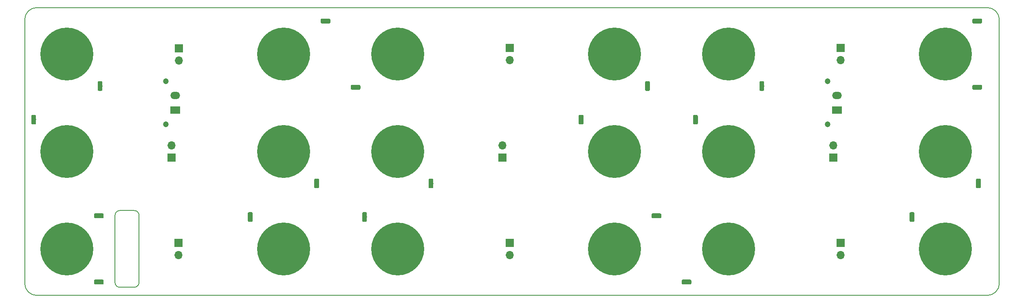
<source format=gbr>
%TF.GenerationSoftware,KiCad,Pcbnew,(5.0.0-rc2-dev-632-g76d3b6f04)*%
%TF.CreationDate,2018-06-22T20:28:34+02:00*%
%TF.ProjectId,CellsBoard,43656C6C73426F6172642E6B69636164,rev?*%
%TF.SameCoordinates,Original*%
%TF.FileFunction,Soldermask,Bot*%
%TF.FilePolarity,Negative*%
%FSLAX46Y46*%
G04 Gerber Fmt 4.6, Leading zero omitted, Abs format (unit mm)*
G04 Created by KiCad (PCBNEW (5.0.0-rc2-dev-632-g76d3b6f04)) date 06/22/18 20:28:34*
%MOMM*%
%LPD*%
G01*
G04 APERTURE LIST*
%ADD10C,0.150000*%
%ADD11C,11.000000*%
%ADD12C,0.900000*%
%ADD13C,1.000000*%
%ADD14O,2.000000X1.500000*%
%ADD15R,2.000000X1.500000*%
%ADD16C,1.200000*%
%ADD17O,1.700000X1.700000*%
%ADD18R,1.700000X1.700000*%
G04 APERTURE END LIST*
D10*
X69750000Y-132300000D02*
X72750000Y-132300000D01*
X68750000Y-147300000D02*
X68750000Y-133300000D01*
X72750000Y-148300000D02*
X69750000Y-148300000D01*
X73750000Y-133300000D02*
X73750000Y-147300000D01*
X69750000Y-148300000D02*
G75*
G02X68750000Y-147300000I0J1000000D01*
G01*
X68750000Y-133300000D02*
G75*
G02X69750000Y-132300000I1000000J0D01*
G01*
X72750000Y-132300000D02*
G75*
G02X73750000Y-133300000I0J-1000000D01*
G01*
X73750000Y-147300000D02*
G75*
G02X72750000Y-148300000I-1000000J0D01*
G01*
X250000000Y-90000000D02*
X52500000Y-90000000D01*
X250000000Y-90000000D02*
G75*
G02X252500000Y-92500000I0J-2500000D01*
G01*
X252500000Y-147500000D02*
X252500000Y-92500000D01*
X252500000Y-147500000D02*
G75*
G02X250000000Y-150000000I-2500000J0D01*
G01*
X52500000Y-150000000D02*
X250000000Y-150000000D01*
X52500000Y-150000000D02*
G75*
G02X50000000Y-147500000I0J2500000D01*
G01*
X50000000Y-92500000D02*
X50000000Y-147500000D01*
X50000000Y-92500000D02*
G75*
G02X52500000Y-90000000I2500000J0D01*
G01*
D11*
X103750000Y-99700000D03*
D12*
X107875000Y-99700000D03*
X106676815Y-102626815D03*
X103750000Y-103825000D03*
X100823185Y-102626815D03*
X99625000Y-99700000D03*
X100823185Y-96773185D03*
X103750000Y-95575000D03*
X106676815Y-96773185D03*
X131625000Y-99700000D03*
X123375000Y-99700000D03*
X127500000Y-103825000D03*
X124573185Y-96773185D03*
X130426815Y-96773185D03*
X130426815Y-102626815D03*
X127500000Y-95575000D03*
X124573185Y-102626815D03*
D11*
X127500000Y-99700000D03*
D10*
G36*
X113274504Y-92301204D02*
X113298773Y-92304804D01*
X113322571Y-92310765D01*
X113345671Y-92319030D01*
X113367849Y-92329520D01*
X113388893Y-92342133D01*
X113408598Y-92356747D01*
X113426777Y-92373223D01*
X113443253Y-92391402D01*
X113457867Y-92411107D01*
X113470480Y-92432151D01*
X113480970Y-92454329D01*
X113489235Y-92477429D01*
X113495196Y-92501227D01*
X113498796Y-92525496D01*
X113500000Y-92550000D01*
X113500000Y-93050000D01*
X113498796Y-93074504D01*
X113495196Y-93098773D01*
X113489235Y-93122571D01*
X113480970Y-93145671D01*
X113470480Y-93167849D01*
X113457867Y-93188893D01*
X113443253Y-93208598D01*
X113426777Y-93226777D01*
X113408598Y-93243253D01*
X113388893Y-93257867D01*
X113367849Y-93270480D01*
X113345671Y-93280970D01*
X113322571Y-93289235D01*
X113298773Y-93295196D01*
X113274504Y-93298796D01*
X113250000Y-93300000D01*
X111750000Y-93300000D01*
X111725496Y-93298796D01*
X111701227Y-93295196D01*
X111677429Y-93289235D01*
X111654329Y-93280970D01*
X111632151Y-93270480D01*
X111611107Y-93257867D01*
X111591402Y-93243253D01*
X111573223Y-93226777D01*
X111556747Y-93208598D01*
X111542133Y-93188893D01*
X111529520Y-93167849D01*
X111519030Y-93145671D01*
X111510765Y-93122571D01*
X111504804Y-93098773D01*
X111501204Y-93074504D01*
X111500000Y-93050000D01*
X111500000Y-92550000D01*
X111501204Y-92525496D01*
X111504804Y-92501227D01*
X111510765Y-92477429D01*
X111519030Y-92454329D01*
X111529520Y-92432151D01*
X111542133Y-92411107D01*
X111556747Y-92391402D01*
X111573223Y-92373223D01*
X111591402Y-92356747D01*
X111611107Y-92342133D01*
X111632151Y-92329520D01*
X111654329Y-92319030D01*
X111677429Y-92310765D01*
X111701227Y-92304804D01*
X111725496Y-92301204D01*
X111750000Y-92300000D01*
X113250000Y-92300000D01*
X113274504Y-92301204D01*
X113274504Y-92301204D01*
G37*
D13*
X112500000Y-92800000D03*
D10*
G36*
X119524504Y-106101204D02*
X119548773Y-106104804D01*
X119572571Y-106110765D01*
X119595671Y-106119030D01*
X119617849Y-106129520D01*
X119638893Y-106142133D01*
X119658598Y-106156747D01*
X119676777Y-106173223D01*
X119693253Y-106191402D01*
X119707867Y-106211107D01*
X119720480Y-106232151D01*
X119730970Y-106254329D01*
X119739235Y-106277429D01*
X119745196Y-106301227D01*
X119748796Y-106325496D01*
X119750000Y-106350000D01*
X119750000Y-106850000D01*
X119748796Y-106874504D01*
X119745196Y-106898773D01*
X119739235Y-106922571D01*
X119730970Y-106945671D01*
X119720480Y-106967849D01*
X119707867Y-106988893D01*
X119693253Y-107008598D01*
X119676777Y-107026777D01*
X119658598Y-107043253D01*
X119638893Y-107057867D01*
X119617849Y-107070480D01*
X119595671Y-107080970D01*
X119572571Y-107089235D01*
X119548773Y-107095196D01*
X119524504Y-107098796D01*
X119500000Y-107100000D01*
X118000000Y-107100000D01*
X117975496Y-107098796D01*
X117951227Y-107095196D01*
X117927429Y-107089235D01*
X117904329Y-107080970D01*
X117882151Y-107070480D01*
X117861107Y-107057867D01*
X117841402Y-107043253D01*
X117823223Y-107026777D01*
X117806747Y-107008598D01*
X117792133Y-106988893D01*
X117779520Y-106967849D01*
X117769030Y-106945671D01*
X117760765Y-106922571D01*
X117754804Y-106898773D01*
X117751204Y-106874504D01*
X117750000Y-106850000D01*
X117750000Y-106350000D01*
X117751204Y-106325496D01*
X117754804Y-106301227D01*
X117760765Y-106277429D01*
X117769030Y-106254329D01*
X117779520Y-106232151D01*
X117792133Y-106211107D01*
X117806747Y-106191402D01*
X117823223Y-106173223D01*
X117841402Y-106156747D01*
X117861107Y-106142133D01*
X117882151Y-106129520D01*
X117904329Y-106119030D01*
X117927429Y-106110765D01*
X117951227Y-106104804D01*
X117975496Y-106101204D01*
X118000000Y-106100000D01*
X119500000Y-106100000D01*
X119524504Y-106101204D01*
X119524504Y-106101204D01*
G37*
D13*
X118750000Y-106600000D03*
D11*
X172500000Y-140300000D03*
D12*
X176625000Y-140300000D03*
X175426815Y-143226815D03*
X172500000Y-144425000D03*
X169573185Y-143226815D03*
X168375000Y-140300000D03*
X169573185Y-137373185D03*
X172500000Y-136175000D03*
X175426815Y-137373185D03*
X200375000Y-140300000D03*
X192125000Y-140300000D03*
X196250000Y-144425000D03*
X193323185Y-137373185D03*
X199176815Y-137373185D03*
X199176815Y-143226815D03*
X196250000Y-136175000D03*
X193323185Y-143226815D03*
D11*
X196250000Y-140300000D03*
D10*
G36*
X182024504Y-132901204D02*
X182048773Y-132904804D01*
X182072571Y-132910765D01*
X182095671Y-132919030D01*
X182117849Y-132929520D01*
X182138893Y-132942133D01*
X182158598Y-132956747D01*
X182176777Y-132973223D01*
X182193253Y-132991402D01*
X182207867Y-133011107D01*
X182220480Y-133032151D01*
X182230970Y-133054329D01*
X182239235Y-133077429D01*
X182245196Y-133101227D01*
X182248796Y-133125496D01*
X182250000Y-133150000D01*
X182250000Y-133650000D01*
X182248796Y-133674504D01*
X182245196Y-133698773D01*
X182239235Y-133722571D01*
X182230970Y-133745671D01*
X182220480Y-133767849D01*
X182207867Y-133788893D01*
X182193253Y-133808598D01*
X182176777Y-133826777D01*
X182158598Y-133843253D01*
X182138893Y-133857867D01*
X182117849Y-133870480D01*
X182095671Y-133880970D01*
X182072571Y-133889235D01*
X182048773Y-133895196D01*
X182024504Y-133898796D01*
X182000000Y-133900000D01*
X180500000Y-133900000D01*
X180475496Y-133898796D01*
X180451227Y-133895196D01*
X180427429Y-133889235D01*
X180404329Y-133880970D01*
X180382151Y-133870480D01*
X180361107Y-133857867D01*
X180341402Y-133843253D01*
X180323223Y-133826777D01*
X180306747Y-133808598D01*
X180292133Y-133788893D01*
X180279520Y-133767849D01*
X180269030Y-133745671D01*
X180260765Y-133722571D01*
X180254804Y-133698773D01*
X180251204Y-133674504D01*
X180250000Y-133650000D01*
X180250000Y-133150000D01*
X180251204Y-133125496D01*
X180254804Y-133101227D01*
X180260765Y-133077429D01*
X180269030Y-133054329D01*
X180279520Y-133032151D01*
X180292133Y-133011107D01*
X180306747Y-132991402D01*
X180323223Y-132973223D01*
X180341402Y-132956747D01*
X180361107Y-132942133D01*
X180382151Y-132929520D01*
X180404329Y-132919030D01*
X180427429Y-132910765D01*
X180451227Y-132904804D01*
X180475496Y-132901204D01*
X180500000Y-132900000D01*
X182000000Y-132900000D01*
X182024504Y-132901204D01*
X182024504Y-132901204D01*
G37*
D13*
X181250000Y-133400000D03*
D10*
G36*
X188274504Y-146701204D02*
X188298773Y-146704804D01*
X188322571Y-146710765D01*
X188345671Y-146719030D01*
X188367849Y-146729520D01*
X188388893Y-146742133D01*
X188408598Y-146756747D01*
X188426777Y-146773223D01*
X188443253Y-146791402D01*
X188457867Y-146811107D01*
X188470480Y-146832151D01*
X188480970Y-146854329D01*
X188489235Y-146877429D01*
X188495196Y-146901227D01*
X188498796Y-146925496D01*
X188500000Y-146950000D01*
X188500000Y-147450000D01*
X188498796Y-147474504D01*
X188495196Y-147498773D01*
X188489235Y-147522571D01*
X188480970Y-147545671D01*
X188470480Y-147567849D01*
X188457867Y-147588893D01*
X188443253Y-147608598D01*
X188426777Y-147626777D01*
X188408598Y-147643253D01*
X188388893Y-147657867D01*
X188367849Y-147670480D01*
X188345671Y-147680970D01*
X188322571Y-147689235D01*
X188298773Y-147695196D01*
X188274504Y-147698796D01*
X188250000Y-147700000D01*
X186750000Y-147700000D01*
X186725496Y-147698796D01*
X186701227Y-147695196D01*
X186677429Y-147689235D01*
X186654329Y-147680970D01*
X186632151Y-147670480D01*
X186611107Y-147657867D01*
X186591402Y-147643253D01*
X186573223Y-147626777D01*
X186556747Y-147608598D01*
X186542133Y-147588893D01*
X186529520Y-147567849D01*
X186519030Y-147545671D01*
X186510765Y-147522571D01*
X186504804Y-147498773D01*
X186501204Y-147474504D01*
X186500000Y-147450000D01*
X186500000Y-146950000D01*
X186501204Y-146925496D01*
X186504804Y-146901227D01*
X186510765Y-146877429D01*
X186519030Y-146854329D01*
X186529520Y-146832151D01*
X186542133Y-146811107D01*
X186556747Y-146791402D01*
X186573223Y-146773223D01*
X186591402Y-146756747D01*
X186611107Y-146742133D01*
X186632151Y-146729520D01*
X186654329Y-146719030D01*
X186677429Y-146710765D01*
X186701227Y-146704804D01*
X186725496Y-146701204D01*
X186750000Y-146700000D01*
X188250000Y-146700000D01*
X188274504Y-146701204D01*
X188274504Y-146701204D01*
G37*
D13*
X187500000Y-147200000D03*
D11*
X103750000Y-120000000D03*
D12*
X103750000Y-124125000D03*
X100823185Y-122926815D03*
X99625000Y-120000000D03*
X100823185Y-117073185D03*
X103750000Y-115875000D03*
X106676815Y-117073185D03*
X107875000Y-120000000D03*
X106676815Y-122926815D03*
X103750000Y-144425000D03*
X103750000Y-136175000D03*
X99625000Y-140300000D03*
X106676815Y-137373185D03*
X106676815Y-143226815D03*
X100823185Y-143226815D03*
X107875000Y-140300000D03*
X100823185Y-137373185D03*
D11*
X103750000Y-140300000D03*
D10*
G36*
X110924504Y-125651204D02*
X110948773Y-125654804D01*
X110972571Y-125660765D01*
X110995671Y-125669030D01*
X111017849Y-125679520D01*
X111038893Y-125692133D01*
X111058598Y-125706747D01*
X111076777Y-125723223D01*
X111093253Y-125741402D01*
X111107867Y-125761107D01*
X111120480Y-125782151D01*
X111130970Y-125804329D01*
X111139235Y-125827429D01*
X111145196Y-125851227D01*
X111148796Y-125875496D01*
X111150000Y-125900000D01*
X111150000Y-127400000D01*
X111148796Y-127424504D01*
X111145196Y-127448773D01*
X111139235Y-127472571D01*
X111130970Y-127495671D01*
X111120480Y-127517849D01*
X111107867Y-127538893D01*
X111093253Y-127558598D01*
X111076777Y-127576777D01*
X111058598Y-127593253D01*
X111038893Y-127607867D01*
X111017849Y-127620480D01*
X110995671Y-127630970D01*
X110972571Y-127639235D01*
X110948773Y-127645196D01*
X110924504Y-127648796D01*
X110900000Y-127650000D01*
X110400000Y-127650000D01*
X110375496Y-127648796D01*
X110351227Y-127645196D01*
X110327429Y-127639235D01*
X110304329Y-127630970D01*
X110282151Y-127620480D01*
X110261107Y-127607867D01*
X110241402Y-127593253D01*
X110223223Y-127576777D01*
X110206747Y-127558598D01*
X110192133Y-127538893D01*
X110179520Y-127517849D01*
X110169030Y-127495671D01*
X110160765Y-127472571D01*
X110154804Y-127448773D01*
X110151204Y-127424504D01*
X110150000Y-127400000D01*
X110150000Y-125900000D01*
X110151204Y-125875496D01*
X110154804Y-125851227D01*
X110160765Y-125827429D01*
X110169030Y-125804329D01*
X110179520Y-125782151D01*
X110192133Y-125761107D01*
X110206747Y-125741402D01*
X110223223Y-125723223D01*
X110241402Y-125706747D01*
X110261107Y-125692133D01*
X110282151Y-125679520D01*
X110304329Y-125669030D01*
X110327429Y-125660765D01*
X110351227Y-125654804D01*
X110375496Y-125651204D01*
X110400000Y-125650000D01*
X110900000Y-125650000D01*
X110924504Y-125651204D01*
X110924504Y-125651204D01*
G37*
D13*
X110650000Y-126650000D03*
D10*
G36*
X97124504Y-132651204D02*
X97148773Y-132654804D01*
X97172571Y-132660765D01*
X97195671Y-132669030D01*
X97217849Y-132679520D01*
X97238893Y-132692133D01*
X97258598Y-132706747D01*
X97276777Y-132723223D01*
X97293253Y-132741402D01*
X97307867Y-132761107D01*
X97320480Y-132782151D01*
X97330970Y-132804329D01*
X97339235Y-132827429D01*
X97345196Y-132851227D01*
X97348796Y-132875496D01*
X97350000Y-132900000D01*
X97350000Y-134400000D01*
X97348796Y-134424504D01*
X97345196Y-134448773D01*
X97339235Y-134472571D01*
X97330970Y-134495671D01*
X97320480Y-134517849D01*
X97307867Y-134538893D01*
X97293253Y-134558598D01*
X97276777Y-134576777D01*
X97258598Y-134593253D01*
X97238893Y-134607867D01*
X97217849Y-134620480D01*
X97195671Y-134630970D01*
X97172571Y-134639235D01*
X97148773Y-134645196D01*
X97124504Y-134648796D01*
X97100000Y-134650000D01*
X96600000Y-134650000D01*
X96575496Y-134648796D01*
X96551227Y-134645196D01*
X96527429Y-134639235D01*
X96504329Y-134630970D01*
X96482151Y-134620480D01*
X96461107Y-134607867D01*
X96441402Y-134593253D01*
X96423223Y-134576777D01*
X96406747Y-134558598D01*
X96392133Y-134538893D01*
X96379520Y-134517849D01*
X96369030Y-134495671D01*
X96360765Y-134472571D01*
X96354804Y-134448773D01*
X96351204Y-134424504D01*
X96350000Y-134400000D01*
X96350000Y-132900000D01*
X96351204Y-132875496D01*
X96354804Y-132851227D01*
X96360765Y-132827429D01*
X96369030Y-132804329D01*
X96379520Y-132782151D01*
X96392133Y-132761107D01*
X96406747Y-132741402D01*
X96423223Y-132723223D01*
X96441402Y-132706747D01*
X96461107Y-132692133D01*
X96482151Y-132679520D01*
X96504329Y-132669030D01*
X96527429Y-132660765D01*
X96551227Y-132654804D01*
X96575496Y-132651204D01*
X96600000Y-132650000D01*
X97100000Y-132650000D01*
X97124504Y-132651204D01*
X97124504Y-132651204D01*
G37*
D13*
X96850000Y-133650000D03*
D11*
X58750000Y-99700000D03*
D12*
X58750000Y-103825000D03*
X55823185Y-102626815D03*
X54625000Y-99700000D03*
X55823185Y-96773185D03*
X58750000Y-95575000D03*
X61676815Y-96773185D03*
X62875000Y-99700000D03*
X61676815Y-102626815D03*
X58750000Y-124125000D03*
X58750000Y-115875000D03*
X54625000Y-120000000D03*
X61676815Y-117073185D03*
X61676815Y-122926815D03*
X55823185Y-122926815D03*
X62875000Y-120000000D03*
X55823185Y-117073185D03*
D11*
X58750000Y-120000000D03*
D10*
G36*
X65924504Y-105351204D02*
X65948773Y-105354804D01*
X65972571Y-105360765D01*
X65995671Y-105369030D01*
X66017849Y-105379520D01*
X66038893Y-105392133D01*
X66058598Y-105406747D01*
X66076777Y-105423223D01*
X66093253Y-105441402D01*
X66107867Y-105461107D01*
X66120480Y-105482151D01*
X66130970Y-105504329D01*
X66139235Y-105527429D01*
X66145196Y-105551227D01*
X66148796Y-105575496D01*
X66150000Y-105600000D01*
X66150000Y-107100000D01*
X66148796Y-107124504D01*
X66145196Y-107148773D01*
X66139235Y-107172571D01*
X66130970Y-107195671D01*
X66120480Y-107217849D01*
X66107867Y-107238893D01*
X66093253Y-107258598D01*
X66076777Y-107276777D01*
X66058598Y-107293253D01*
X66038893Y-107307867D01*
X66017849Y-107320480D01*
X65995671Y-107330970D01*
X65972571Y-107339235D01*
X65948773Y-107345196D01*
X65924504Y-107348796D01*
X65900000Y-107350000D01*
X65400000Y-107350000D01*
X65375496Y-107348796D01*
X65351227Y-107345196D01*
X65327429Y-107339235D01*
X65304329Y-107330970D01*
X65282151Y-107320480D01*
X65261107Y-107307867D01*
X65241402Y-107293253D01*
X65223223Y-107276777D01*
X65206747Y-107258598D01*
X65192133Y-107238893D01*
X65179520Y-107217849D01*
X65169030Y-107195671D01*
X65160765Y-107172571D01*
X65154804Y-107148773D01*
X65151204Y-107124504D01*
X65150000Y-107100000D01*
X65150000Y-105600000D01*
X65151204Y-105575496D01*
X65154804Y-105551227D01*
X65160765Y-105527429D01*
X65169030Y-105504329D01*
X65179520Y-105482151D01*
X65192133Y-105461107D01*
X65206747Y-105441402D01*
X65223223Y-105423223D01*
X65241402Y-105406747D01*
X65261107Y-105392133D01*
X65282151Y-105379520D01*
X65304329Y-105369030D01*
X65327429Y-105360765D01*
X65351227Y-105354804D01*
X65375496Y-105351204D01*
X65400000Y-105350000D01*
X65900000Y-105350000D01*
X65924504Y-105351204D01*
X65924504Y-105351204D01*
G37*
D13*
X65650000Y-106350000D03*
D10*
G36*
X52124504Y-112351204D02*
X52148773Y-112354804D01*
X52172571Y-112360765D01*
X52195671Y-112369030D01*
X52217849Y-112379520D01*
X52238893Y-112392133D01*
X52258598Y-112406747D01*
X52276777Y-112423223D01*
X52293253Y-112441402D01*
X52307867Y-112461107D01*
X52320480Y-112482151D01*
X52330970Y-112504329D01*
X52339235Y-112527429D01*
X52345196Y-112551227D01*
X52348796Y-112575496D01*
X52350000Y-112600000D01*
X52350000Y-114100000D01*
X52348796Y-114124504D01*
X52345196Y-114148773D01*
X52339235Y-114172571D01*
X52330970Y-114195671D01*
X52320480Y-114217849D01*
X52307867Y-114238893D01*
X52293253Y-114258598D01*
X52276777Y-114276777D01*
X52258598Y-114293253D01*
X52238893Y-114307867D01*
X52217849Y-114320480D01*
X52195671Y-114330970D01*
X52172571Y-114339235D01*
X52148773Y-114345196D01*
X52124504Y-114348796D01*
X52100000Y-114350000D01*
X51600000Y-114350000D01*
X51575496Y-114348796D01*
X51551227Y-114345196D01*
X51527429Y-114339235D01*
X51504329Y-114330970D01*
X51482151Y-114320480D01*
X51461107Y-114307867D01*
X51441402Y-114293253D01*
X51423223Y-114276777D01*
X51406747Y-114258598D01*
X51392133Y-114238893D01*
X51379520Y-114217849D01*
X51369030Y-114195671D01*
X51360765Y-114172571D01*
X51354804Y-114148773D01*
X51351204Y-114124504D01*
X51350000Y-114100000D01*
X51350000Y-112600000D01*
X51351204Y-112575496D01*
X51354804Y-112551227D01*
X51360765Y-112527429D01*
X51369030Y-112504329D01*
X51379520Y-112482151D01*
X51392133Y-112461107D01*
X51406747Y-112441402D01*
X51423223Y-112423223D01*
X51441402Y-112406747D01*
X51461107Y-112392133D01*
X51482151Y-112379520D01*
X51504329Y-112369030D01*
X51527429Y-112360765D01*
X51551227Y-112354804D01*
X51575496Y-112351204D01*
X51600000Y-112350000D01*
X52100000Y-112350000D01*
X52124504Y-112351204D01*
X52124504Y-112351204D01*
G37*
D13*
X51850000Y-113350000D03*
D11*
X172500000Y-120000000D03*
D12*
X172500000Y-115875000D03*
X175426815Y-117073185D03*
X176625000Y-120000000D03*
X175426815Y-122926815D03*
X172500000Y-124125000D03*
X169573185Y-122926815D03*
X168375000Y-120000000D03*
X169573185Y-117073185D03*
X172500000Y-95575000D03*
X172500000Y-103825000D03*
X176625000Y-99700000D03*
X169573185Y-102626815D03*
X169573185Y-96773185D03*
X175426815Y-96773185D03*
X168375000Y-99700000D03*
X175426815Y-102626815D03*
D11*
X172500000Y-99700000D03*
D10*
G36*
X165874504Y-112351204D02*
X165898773Y-112354804D01*
X165922571Y-112360765D01*
X165945671Y-112369030D01*
X165967849Y-112379520D01*
X165988893Y-112392133D01*
X166008598Y-112406747D01*
X166026777Y-112423223D01*
X166043253Y-112441402D01*
X166057867Y-112461107D01*
X166070480Y-112482151D01*
X166080970Y-112504329D01*
X166089235Y-112527429D01*
X166095196Y-112551227D01*
X166098796Y-112575496D01*
X166100000Y-112600000D01*
X166100000Y-114100000D01*
X166098796Y-114124504D01*
X166095196Y-114148773D01*
X166089235Y-114172571D01*
X166080970Y-114195671D01*
X166070480Y-114217849D01*
X166057867Y-114238893D01*
X166043253Y-114258598D01*
X166026777Y-114276777D01*
X166008598Y-114293253D01*
X165988893Y-114307867D01*
X165967849Y-114320480D01*
X165945671Y-114330970D01*
X165922571Y-114339235D01*
X165898773Y-114345196D01*
X165874504Y-114348796D01*
X165850000Y-114350000D01*
X165350000Y-114350000D01*
X165325496Y-114348796D01*
X165301227Y-114345196D01*
X165277429Y-114339235D01*
X165254329Y-114330970D01*
X165232151Y-114320480D01*
X165211107Y-114307867D01*
X165191402Y-114293253D01*
X165173223Y-114276777D01*
X165156747Y-114258598D01*
X165142133Y-114238893D01*
X165129520Y-114217849D01*
X165119030Y-114195671D01*
X165110765Y-114172571D01*
X165104804Y-114148773D01*
X165101204Y-114124504D01*
X165100000Y-114100000D01*
X165100000Y-112600000D01*
X165101204Y-112575496D01*
X165104804Y-112551227D01*
X165110765Y-112527429D01*
X165119030Y-112504329D01*
X165129520Y-112482151D01*
X165142133Y-112461107D01*
X165156747Y-112441402D01*
X165173223Y-112423223D01*
X165191402Y-112406747D01*
X165211107Y-112392133D01*
X165232151Y-112379520D01*
X165254329Y-112369030D01*
X165277429Y-112360765D01*
X165301227Y-112354804D01*
X165325496Y-112351204D01*
X165350000Y-112350000D01*
X165850000Y-112350000D01*
X165874504Y-112351204D01*
X165874504Y-112351204D01*
G37*
D13*
X165600000Y-113350000D03*
D10*
G36*
X179674504Y-105351204D02*
X179698773Y-105354804D01*
X179722571Y-105360765D01*
X179745671Y-105369030D01*
X179767849Y-105379520D01*
X179788893Y-105392133D01*
X179808598Y-105406747D01*
X179826777Y-105423223D01*
X179843253Y-105441402D01*
X179857867Y-105461107D01*
X179870480Y-105482151D01*
X179880970Y-105504329D01*
X179889235Y-105527429D01*
X179895196Y-105551227D01*
X179898796Y-105575496D01*
X179900000Y-105600000D01*
X179900000Y-107100000D01*
X179898796Y-107124504D01*
X179895196Y-107148773D01*
X179889235Y-107172571D01*
X179880970Y-107195671D01*
X179870480Y-107217849D01*
X179857867Y-107238893D01*
X179843253Y-107258598D01*
X179826777Y-107276777D01*
X179808598Y-107293253D01*
X179788893Y-107307867D01*
X179767849Y-107320480D01*
X179745671Y-107330970D01*
X179722571Y-107339235D01*
X179698773Y-107345196D01*
X179674504Y-107348796D01*
X179650000Y-107350000D01*
X179150000Y-107350000D01*
X179125496Y-107348796D01*
X179101227Y-107345196D01*
X179077429Y-107339235D01*
X179054329Y-107330970D01*
X179032151Y-107320480D01*
X179011107Y-107307867D01*
X178991402Y-107293253D01*
X178973223Y-107276777D01*
X178956747Y-107258598D01*
X178942133Y-107238893D01*
X178929520Y-107217849D01*
X178919030Y-107195671D01*
X178910765Y-107172571D01*
X178904804Y-107148773D01*
X178901204Y-107124504D01*
X178900000Y-107100000D01*
X178900000Y-105600000D01*
X178901204Y-105575496D01*
X178904804Y-105551227D01*
X178910765Y-105527429D01*
X178919030Y-105504329D01*
X178929520Y-105482151D01*
X178942133Y-105461107D01*
X178956747Y-105441402D01*
X178973223Y-105423223D01*
X178991402Y-105406747D01*
X179011107Y-105392133D01*
X179032151Y-105379520D01*
X179054329Y-105369030D01*
X179077429Y-105360765D01*
X179101227Y-105354804D01*
X179125496Y-105351204D01*
X179150000Y-105350000D01*
X179650000Y-105350000D01*
X179674504Y-105351204D01*
X179674504Y-105351204D01*
G37*
D13*
X179400000Y-106350000D03*
D11*
X127500000Y-140300000D03*
D12*
X127500000Y-136175000D03*
X130426815Y-137373185D03*
X131625000Y-140300000D03*
X130426815Y-143226815D03*
X127500000Y-144425000D03*
X124573185Y-143226815D03*
X123375000Y-140300000D03*
X124573185Y-137373185D03*
X127500000Y-115875000D03*
X127500000Y-124125000D03*
X131625000Y-120000000D03*
X124573185Y-122926815D03*
X124573185Y-117073185D03*
X130426815Y-117073185D03*
X123375000Y-120000000D03*
X130426815Y-122926815D03*
D11*
X127500000Y-120000000D03*
D10*
G36*
X120874504Y-132651204D02*
X120898773Y-132654804D01*
X120922571Y-132660765D01*
X120945671Y-132669030D01*
X120967849Y-132679520D01*
X120988893Y-132692133D01*
X121008598Y-132706747D01*
X121026777Y-132723223D01*
X121043253Y-132741402D01*
X121057867Y-132761107D01*
X121070480Y-132782151D01*
X121080970Y-132804329D01*
X121089235Y-132827429D01*
X121095196Y-132851227D01*
X121098796Y-132875496D01*
X121100000Y-132900000D01*
X121100000Y-134400000D01*
X121098796Y-134424504D01*
X121095196Y-134448773D01*
X121089235Y-134472571D01*
X121080970Y-134495671D01*
X121070480Y-134517849D01*
X121057867Y-134538893D01*
X121043253Y-134558598D01*
X121026777Y-134576777D01*
X121008598Y-134593253D01*
X120988893Y-134607867D01*
X120967849Y-134620480D01*
X120945671Y-134630970D01*
X120922571Y-134639235D01*
X120898773Y-134645196D01*
X120874504Y-134648796D01*
X120850000Y-134650000D01*
X120350000Y-134650000D01*
X120325496Y-134648796D01*
X120301227Y-134645196D01*
X120277429Y-134639235D01*
X120254329Y-134630970D01*
X120232151Y-134620480D01*
X120211107Y-134607867D01*
X120191402Y-134593253D01*
X120173223Y-134576777D01*
X120156747Y-134558598D01*
X120142133Y-134538893D01*
X120129520Y-134517849D01*
X120119030Y-134495671D01*
X120110765Y-134472571D01*
X120104804Y-134448773D01*
X120101204Y-134424504D01*
X120100000Y-134400000D01*
X120100000Y-132900000D01*
X120101204Y-132875496D01*
X120104804Y-132851227D01*
X120110765Y-132827429D01*
X120119030Y-132804329D01*
X120129520Y-132782151D01*
X120142133Y-132761107D01*
X120156747Y-132741402D01*
X120173223Y-132723223D01*
X120191402Y-132706747D01*
X120211107Y-132692133D01*
X120232151Y-132679520D01*
X120254329Y-132669030D01*
X120277429Y-132660765D01*
X120301227Y-132654804D01*
X120325496Y-132651204D01*
X120350000Y-132650000D01*
X120850000Y-132650000D01*
X120874504Y-132651204D01*
X120874504Y-132651204D01*
G37*
D13*
X120600000Y-133650000D03*
D10*
G36*
X134674504Y-125651204D02*
X134698773Y-125654804D01*
X134722571Y-125660765D01*
X134745671Y-125669030D01*
X134767849Y-125679520D01*
X134788893Y-125692133D01*
X134808598Y-125706747D01*
X134826777Y-125723223D01*
X134843253Y-125741402D01*
X134857867Y-125761107D01*
X134870480Y-125782151D01*
X134880970Y-125804329D01*
X134889235Y-125827429D01*
X134895196Y-125851227D01*
X134898796Y-125875496D01*
X134900000Y-125900000D01*
X134900000Y-127400000D01*
X134898796Y-127424504D01*
X134895196Y-127448773D01*
X134889235Y-127472571D01*
X134880970Y-127495671D01*
X134870480Y-127517849D01*
X134857867Y-127538893D01*
X134843253Y-127558598D01*
X134826777Y-127576777D01*
X134808598Y-127593253D01*
X134788893Y-127607867D01*
X134767849Y-127620480D01*
X134745671Y-127630970D01*
X134722571Y-127639235D01*
X134698773Y-127645196D01*
X134674504Y-127648796D01*
X134650000Y-127650000D01*
X134150000Y-127650000D01*
X134125496Y-127648796D01*
X134101227Y-127645196D01*
X134077429Y-127639235D01*
X134054329Y-127630970D01*
X134032151Y-127620480D01*
X134011107Y-127607867D01*
X133991402Y-127593253D01*
X133973223Y-127576777D01*
X133956747Y-127558598D01*
X133942133Y-127538893D01*
X133929520Y-127517849D01*
X133919030Y-127495671D01*
X133910765Y-127472571D01*
X133904804Y-127448773D01*
X133901204Y-127424504D01*
X133900000Y-127400000D01*
X133900000Y-125900000D01*
X133901204Y-125875496D01*
X133904804Y-125851227D01*
X133910765Y-125827429D01*
X133919030Y-125804329D01*
X133929520Y-125782151D01*
X133942133Y-125761107D01*
X133956747Y-125741402D01*
X133973223Y-125723223D01*
X133991402Y-125706747D01*
X134011107Y-125692133D01*
X134032151Y-125679520D01*
X134054329Y-125669030D01*
X134077429Y-125660765D01*
X134101227Y-125654804D01*
X134125496Y-125651204D01*
X134150000Y-125650000D01*
X134650000Y-125650000D01*
X134674504Y-125651204D01*
X134674504Y-125651204D01*
G37*
D13*
X134400000Y-126650000D03*
D11*
X241250000Y-120000000D03*
D12*
X241250000Y-124125000D03*
X238323185Y-122926815D03*
X237125000Y-120000000D03*
X238323185Y-117073185D03*
X241250000Y-115875000D03*
X244176815Y-117073185D03*
X245375000Y-120000000D03*
X244176815Y-122926815D03*
X241250000Y-144425000D03*
X241250000Y-136175000D03*
X237125000Y-140300000D03*
X244176815Y-137373185D03*
X244176815Y-143226815D03*
X238323185Y-143226815D03*
X245375000Y-140300000D03*
X238323185Y-137373185D03*
D11*
X241250000Y-140300000D03*
D10*
G36*
X248424504Y-125651204D02*
X248448773Y-125654804D01*
X248472571Y-125660765D01*
X248495671Y-125669030D01*
X248517849Y-125679520D01*
X248538893Y-125692133D01*
X248558598Y-125706747D01*
X248576777Y-125723223D01*
X248593253Y-125741402D01*
X248607867Y-125761107D01*
X248620480Y-125782151D01*
X248630970Y-125804329D01*
X248639235Y-125827429D01*
X248645196Y-125851227D01*
X248648796Y-125875496D01*
X248650000Y-125900000D01*
X248650000Y-127400000D01*
X248648796Y-127424504D01*
X248645196Y-127448773D01*
X248639235Y-127472571D01*
X248630970Y-127495671D01*
X248620480Y-127517849D01*
X248607867Y-127538893D01*
X248593253Y-127558598D01*
X248576777Y-127576777D01*
X248558598Y-127593253D01*
X248538893Y-127607867D01*
X248517849Y-127620480D01*
X248495671Y-127630970D01*
X248472571Y-127639235D01*
X248448773Y-127645196D01*
X248424504Y-127648796D01*
X248400000Y-127650000D01*
X247900000Y-127650000D01*
X247875496Y-127648796D01*
X247851227Y-127645196D01*
X247827429Y-127639235D01*
X247804329Y-127630970D01*
X247782151Y-127620480D01*
X247761107Y-127607867D01*
X247741402Y-127593253D01*
X247723223Y-127576777D01*
X247706747Y-127558598D01*
X247692133Y-127538893D01*
X247679520Y-127517849D01*
X247669030Y-127495671D01*
X247660765Y-127472571D01*
X247654804Y-127448773D01*
X247651204Y-127424504D01*
X247650000Y-127400000D01*
X247650000Y-125900000D01*
X247651204Y-125875496D01*
X247654804Y-125851227D01*
X247660765Y-125827429D01*
X247669030Y-125804329D01*
X247679520Y-125782151D01*
X247692133Y-125761107D01*
X247706747Y-125741402D01*
X247723223Y-125723223D01*
X247741402Y-125706747D01*
X247761107Y-125692133D01*
X247782151Y-125679520D01*
X247804329Y-125669030D01*
X247827429Y-125660765D01*
X247851227Y-125654804D01*
X247875496Y-125651204D01*
X247900000Y-125650000D01*
X248400000Y-125650000D01*
X248424504Y-125651204D01*
X248424504Y-125651204D01*
G37*
D13*
X248150000Y-126650000D03*
D10*
G36*
X234624504Y-132651204D02*
X234648773Y-132654804D01*
X234672571Y-132660765D01*
X234695671Y-132669030D01*
X234717849Y-132679520D01*
X234738893Y-132692133D01*
X234758598Y-132706747D01*
X234776777Y-132723223D01*
X234793253Y-132741402D01*
X234807867Y-132761107D01*
X234820480Y-132782151D01*
X234830970Y-132804329D01*
X234839235Y-132827429D01*
X234845196Y-132851227D01*
X234848796Y-132875496D01*
X234850000Y-132900000D01*
X234850000Y-134400000D01*
X234848796Y-134424504D01*
X234845196Y-134448773D01*
X234839235Y-134472571D01*
X234830970Y-134495671D01*
X234820480Y-134517849D01*
X234807867Y-134538893D01*
X234793253Y-134558598D01*
X234776777Y-134576777D01*
X234758598Y-134593253D01*
X234738893Y-134607867D01*
X234717849Y-134620480D01*
X234695671Y-134630970D01*
X234672571Y-134639235D01*
X234648773Y-134645196D01*
X234624504Y-134648796D01*
X234600000Y-134650000D01*
X234100000Y-134650000D01*
X234075496Y-134648796D01*
X234051227Y-134645196D01*
X234027429Y-134639235D01*
X234004329Y-134630970D01*
X233982151Y-134620480D01*
X233961107Y-134607867D01*
X233941402Y-134593253D01*
X233923223Y-134576777D01*
X233906747Y-134558598D01*
X233892133Y-134538893D01*
X233879520Y-134517849D01*
X233869030Y-134495671D01*
X233860765Y-134472571D01*
X233854804Y-134448773D01*
X233851204Y-134424504D01*
X233850000Y-134400000D01*
X233850000Y-132900000D01*
X233851204Y-132875496D01*
X233854804Y-132851227D01*
X233860765Y-132827429D01*
X233869030Y-132804329D01*
X233879520Y-132782151D01*
X233892133Y-132761107D01*
X233906747Y-132741402D01*
X233923223Y-132723223D01*
X233941402Y-132706747D01*
X233961107Y-132692133D01*
X233982151Y-132679520D01*
X234004329Y-132669030D01*
X234027429Y-132660765D01*
X234051227Y-132654804D01*
X234075496Y-132651204D01*
X234100000Y-132650000D01*
X234600000Y-132650000D01*
X234624504Y-132651204D01*
X234624504Y-132651204D01*
G37*
D13*
X234350000Y-133650000D03*
D11*
X196250000Y-99700000D03*
D12*
X196250000Y-103825000D03*
X193323185Y-102626815D03*
X192125000Y-99700000D03*
X193323185Y-96773185D03*
X196250000Y-95575000D03*
X199176815Y-96773185D03*
X200375000Y-99700000D03*
X199176815Y-102626815D03*
X196250000Y-124125000D03*
X196250000Y-115875000D03*
X192125000Y-120000000D03*
X199176815Y-117073185D03*
X199176815Y-122926815D03*
X193323185Y-122926815D03*
X200375000Y-120000000D03*
X193323185Y-117073185D03*
D11*
X196250000Y-120000000D03*
D10*
G36*
X203424504Y-105351204D02*
X203448773Y-105354804D01*
X203472571Y-105360765D01*
X203495671Y-105369030D01*
X203517849Y-105379520D01*
X203538893Y-105392133D01*
X203558598Y-105406747D01*
X203576777Y-105423223D01*
X203593253Y-105441402D01*
X203607867Y-105461107D01*
X203620480Y-105482151D01*
X203630970Y-105504329D01*
X203639235Y-105527429D01*
X203645196Y-105551227D01*
X203648796Y-105575496D01*
X203650000Y-105600000D01*
X203650000Y-107100000D01*
X203648796Y-107124504D01*
X203645196Y-107148773D01*
X203639235Y-107172571D01*
X203630970Y-107195671D01*
X203620480Y-107217849D01*
X203607867Y-107238893D01*
X203593253Y-107258598D01*
X203576777Y-107276777D01*
X203558598Y-107293253D01*
X203538893Y-107307867D01*
X203517849Y-107320480D01*
X203495671Y-107330970D01*
X203472571Y-107339235D01*
X203448773Y-107345196D01*
X203424504Y-107348796D01*
X203400000Y-107350000D01*
X202900000Y-107350000D01*
X202875496Y-107348796D01*
X202851227Y-107345196D01*
X202827429Y-107339235D01*
X202804329Y-107330970D01*
X202782151Y-107320480D01*
X202761107Y-107307867D01*
X202741402Y-107293253D01*
X202723223Y-107276777D01*
X202706747Y-107258598D01*
X202692133Y-107238893D01*
X202679520Y-107217849D01*
X202669030Y-107195671D01*
X202660765Y-107172571D01*
X202654804Y-107148773D01*
X202651204Y-107124504D01*
X202650000Y-107100000D01*
X202650000Y-105600000D01*
X202651204Y-105575496D01*
X202654804Y-105551227D01*
X202660765Y-105527429D01*
X202669030Y-105504329D01*
X202679520Y-105482151D01*
X202692133Y-105461107D01*
X202706747Y-105441402D01*
X202723223Y-105423223D01*
X202741402Y-105406747D01*
X202761107Y-105392133D01*
X202782151Y-105379520D01*
X202804329Y-105369030D01*
X202827429Y-105360765D01*
X202851227Y-105354804D01*
X202875496Y-105351204D01*
X202900000Y-105350000D01*
X203400000Y-105350000D01*
X203424504Y-105351204D01*
X203424504Y-105351204D01*
G37*
D13*
X203150000Y-106350000D03*
D10*
G36*
X189624504Y-112351204D02*
X189648773Y-112354804D01*
X189672571Y-112360765D01*
X189695671Y-112369030D01*
X189717849Y-112379520D01*
X189738893Y-112392133D01*
X189758598Y-112406747D01*
X189776777Y-112423223D01*
X189793253Y-112441402D01*
X189807867Y-112461107D01*
X189820480Y-112482151D01*
X189830970Y-112504329D01*
X189839235Y-112527429D01*
X189845196Y-112551227D01*
X189848796Y-112575496D01*
X189850000Y-112600000D01*
X189850000Y-114100000D01*
X189848796Y-114124504D01*
X189845196Y-114148773D01*
X189839235Y-114172571D01*
X189830970Y-114195671D01*
X189820480Y-114217849D01*
X189807867Y-114238893D01*
X189793253Y-114258598D01*
X189776777Y-114276777D01*
X189758598Y-114293253D01*
X189738893Y-114307867D01*
X189717849Y-114320480D01*
X189695671Y-114330970D01*
X189672571Y-114339235D01*
X189648773Y-114345196D01*
X189624504Y-114348796D01*
X189600000Y-114350000D01*
X189100000Y-114350000D01*
X189075496Y-114348796D01*
X189051227Y-114345196D01*
X189027429Y-114339235D01*
X189004329Y-114330970D01*
X188982151Y-114320480D01*
X188961107Y-114307867D01*
X188941402Y-114293253D01*
X188923223Y-114276777D01*
X188906747Y-114258598D01*
X188892133Y-114238893D01*
X188879520Y-114217849D01*
X188869030Y-114195671D01*
X188860765Y-114172571D01*
X188854804Y-114148773D01*
X188851204Y-114124504D01*
X188850000Y-114100000D01*
X188850000Y-112600000D01*
X188851204Y-112575496D01*
X188854804Y-112551227D01*
X188860765Y-112527429D01*
X188869030Y-112504329D01*
X188879520Y-112482151D01*
X188892133Y-112461107D01*
X188906747Y-112441402D01*
X188923223Y-112423223D01*
X188941402Y-112406747D01*
X188961107Y-112392133D01*
X188982151Y-112379520D01*
X189004329Y-112369030D01*
X189027429Y-112360765D01*
X189051227Y-112354804D01*
X189075496Y-112351204D01*
X189100000Y-112350000D01*
X189600000Y-112350000D01*
X189624504Y-112351204D01*
X189624504Y-112351204D01*
G37*
D13*
X189350000Y-113350000D03*
D10*
G36*
X66174504Y-132901204D02*
X66198773Y-132904804D01*
X66222571Y-132910765D01*
X66245671Y-132919030D01*
X66267849Y-132929520D01*
X66288893Y-132942133D01*
X66308598Y-132956747D01*
X66326777Y-132973223D01*
X66343253Y-132991402D01*
X66357867Y-133011107D01*
X66370480Y-133032151D01*
X66380970Y-133054329D01*
X66389235Y-133077429D01*
X66395196Y-133101227D01*
X66398796Y-133125496D01*
X66400000Y-133150000D01*
X66400000Y-133650000D01*
X66398796Y-133674504D01*
X66395196Y-133698773D01*
X66389235Y-133722571D01*
X66380970Y-133745671D01*
X66370480Y-133767849D01*
X66357867Y-133788893D01*
X66343253Y-133808598D01*
X66326777Y-133826777D01*
X66308598Y-133843253D01*
X66288893Y-133857867D01*
X66267849Y-133870480D01*
X66245671Y-133880970D01*
X66222571Y-133889235D01*
X66198773Y-133895196D01*
X66174504Y-133898796D01*
X66150000Y-133900000D01*
X64650000Y-133900000D01*
X64625496Y-133898796D01*
X64601227Y-133895196D01*
X64577429Y-133889235D01*
X64554329Y-133880970D01*
X64532151Y-133870480D01*
X64511107Y-133857867D01*
X64491402Y-133843253D01*
X64473223Y-133826777D01*
X64456747Y-133808598D01*
X64442133Y-133788893D01*
X64429520Y-133767849D01*
X64419030Y-133745671D01*
X64410765Y-133722571D01*
X64404804Y-133698773D01*
X64401204Y-133674504D01*
X64400000Y-133650000D01*
X64400000Y-133150000D01*
X64401204Y-133125496D01*
X64404804Y-133101227D01*
X64410765Y-133077429D01*
X64419030Y-133054329D01*
X64429520Y-133032151D01*
X64442133Y-133011107D01*
X64456747Y-132991402D01*
X64473223Y-132973223D01*
X64491402Y-132956747D01*
X64511107Y-132942133D01*
X64532151Y-132929520D01*
X64554329Y-132919030D01*
X64577429Y-132910765D01*
X64601227Y-132904804D01*
X64625496Y-132901204D01*
X64650000Y-132900000D01*
X66150000Y-132900000D01*
X66174504Y-132901204D01*
X66174504Y-132901204D01*
G37*
D13*
X65400000Y-133400000D03*
D10*
G36*
X66174504Y-146701204D02*
X66198773Y-146704804D01*
X66222571Y-146710765D01*
X66245671Y-146719030D01*
X66267849Y-146729520D01*
X66288893Y-146742133D01*
X66308598Y-146756747D01*
X66326777Y-146773223D01*
X66343253Y-146791402D01*
X66357867Y-146811107D01*
X66370480Y-146832151D01*
X66380970Y-146854329D01*
X66389235Y-146877429D01*
X66395196Y-146901227D01*
X66398796Y-146925496D01*
X66400000Y-146950000D01*
X66400000Y-147450000D01*
X66398796Y-147474504D01*
X66395196Y-147498773D01*
X66389235Y-147522571D01*
X66380970Y-147545671D01*
X66370480Y-147567849D01*
X66357867Y-147588893D01*
X66343253Y-147608598D01*
X66326777Y-147626777D01*
X66308598Y-147643253D01*
X66288893Y-147657867D01*
X66267849Y-147670480D01*
X66245671Y-147680970D01*
X66222571Y-147689235D01*
X66198773Y-147695196D01*
X66174504Y-147698796D01*
X66150000Y-147700000D01*
X64650000Y-147700000D01*
X64625496Y-147698796D01*
X64601227Y-147695196D01*
X64577429Y-147689235D01*
X64554329Y-147680970D01*
X64532151Y-147670480D01*
X64511107Y-147657867D01*
X64491402Y-147643253D01*
X64473223Y-147626777D01*
X64456747Y-147608598D01*
X64442133Y-147588893D01*
X64429520Y-147567849D01*
X64419030Y-147545671D01*
X64410765Y-147522571D01*
X64404804Y-147498773D01*
X64401204Y-147474504D01*
X64400000Y-147450000D01*
X64400000Y-146950000D01*
X64401204Y-146925496D01*
X64404804Y-146901227D01*
X64410765Y-146877429D01*
X64419030Y-146854329D01*
X64429520Y-146832151D01*
X64442133Y-146811107D01*
X64456747Y-146791402D01*
X64473223Y-146773223D01*
X64491402Y-146756747D01*
X64511107Y-146742133D01*
X64532151Y-146729520D01*
X64554329Y-146719030D01*
X64577429Y-146710765D01*
X64601227Y-146704804D01*
X64625496Y-146701204D01*
X64650000Y-146700000D01*
X66150000Y-146700000D01*
X66174504Y-146701204D01*
X66174504Y-146701204D01*
G37*
D13*
X65400000Y-147200000D03*
D12*
X61676815Y-143226815D03*
X62875000Y-140300000D03*
X61676815Y-137373185D03*
X58750000Y-136175000D03*
X55823185Y-137373185D03*
X54625000Y-140300000D03*
X55823185Y-143226815D03*
X58750000Y-144425000D03*
D11*
X58750000Y-140300000D03*
D14*
X81250000Y-108350000D03*
D15*
X81250000Y-111350000D03*
D16*
X79290000Y-105350000D03*
X79290000Y-114350000D03*
D14*
X218750000Y-108350000D03*
D15*
X218750000Y-111350000D03*
D16*
X216790000Y-105350000D03*
X216790000Y-114350000D03*
D11*
X241250000Y-99700000D03*
D12*
X241250000Y-103825000D03*
X238323185Y-102626815D03*
X237125000Y-99700000D03*
X238323185Y-96773185D03*
X241250000Y-95575000D03*
X244176815Y-96773185D03*
X245375000Y-99700000D03*
X244176815Y-102626815D03*
D10*
G36*
X248674504Y-106101204D02*
X248698773Y-106104804D01*
X248722571Y-106110765D01*
X248745671Y-106119030D01*
X248767849Y-106129520D01*
X248788893Y-106142133D01*
X248808598Y-106156747D01*
X248826777Y-106173223D01*
X248843253Y-106191402D01*
X248857867Y-106211107D01*
X248870480Y-106232151D01*
X248880970Y-106254329D01*
X248889235Y-106277429D01*
X248895196Y-106301227D01*
X248898796Y-106325496D01*
X248900000Y-106350000D01*
X248900000Y-106850000D01*
X248898796Y-106874504D01*
X248895196Y-106898773D01*
X248889235Y-106922571D01*
X248880970Y-106945671D01*
X248870480Y-106967849D01*
X248857867Y-106988893D01*
X248843253Y-107008598D01*
X248826777Y-107026777D01*
X248808598Y-107043253D01*
X248788893Y-107057867D01*
X248767849Y-107070480D01*
X248745671Y-107080970D01*
X248722571Y-107089235D01*
X248698773Y-107095196D01*
X248674504Y-107098796D01*
X248650000Y-107100000D01*
X247150000Y-107100000D01*
X247125496Y-107098796D01*
X247101227Y-107095196D01*
X247077429Y-107089235D01*
X247054329Y-107080970D01*
X247032151Y-107070480D01*
X247011107Y-107057867D01*
X246991402Y-107043253D01*
X246973223Y-107026777D01*
X246956747Y-107008598D01*
X246942133Y-106988893D01*
X246929520Y-106967849D01*
X246919030Y-106945671D01*
X246910765Y-106922571D01*
X246904804Y-106898773D01*
X246901204Y-106874504D01*
X246900000Y-106850000D01*
X246900000Y-106350000D01*
X246901204Y-106325496D01*
X246904804Y-106301227D01*
X246910765Y-106277429D01*
X246919030Y-106254329D01*
X246929520Y-106232151D01*
X246942133Y-106211107D01*
X246956747Y-106191402D01*
X246973223Y-106173223D01*
X246991402Y-106156747D01*
X247011107Y-106142133D01*
X247032151Y-106129520D01*
X247054329Y-106119030D01*
X247077429Y-106110765D01*
X247101227Y-106104804D01*
X247125496Y-106101204D01*
X247150000Y-106100000D01*
X248650000Y-106100000D01*
X248674504Y-106101204D01*
X248674504Y-106101204D01*
G37*
D13*
X247900000Y-106600000D03*
D10*
G36*
X248674504Y-92301204D02*
X248698773Y-92304804D01*
X248722571Y-92310765D01*
X248745671Y-92319030D01*
X248767849Y-92329520D01*
X248788893Y-92342133D01*
X248808598Y-92356747D01*
X248826777Y-92373223D01*
X248843253Y-92391402D01*
X248857867Y-92411107D01*
X248870480Y-92432151D01*
X248880970Y-92454329D01*
X248889235Y-92477429D01*
X248895196Y-92501227D01*
X248898796Y-92525496D01*
X248900000Y-92550000D01*
X248900000Y-93050000D01*
X248898796Y-93074504D01*
X248895196Y-93098773D01*
X248889235Y-93122571D01*
X248880970Y-93145671D01*
X248870480Y-93167849D01*
X248857867Y-93188893D01*
X248843253Y-93208598D01*
X248826777Y-93226777D01*
X248808598Y-93243253D01*
X248788893Y-93257867D01*
X248767849Y-93270480D01*
X248745671Y-93280970D01*
X248722571Y-93289235D01*
X248698773Y-93295196D01*
X248674504Y-93298796D01*
X248650000Y-93300000D01*
X247150000Y-93300000D01*
X247125496Y-93298796D01*
X247101227Y-93295196D01*
X247077429Y-93289235D01*
X247054329Y-93280970D01*
X247032151Y-93270480D01*
X247011107Y-93257867D01*
X246991402Y-93243253D01*
X246973223Y-93226777D01*
X246956747Y-93208598D01*
X246942133Y-93188893D01*
X246929520Y-93167849D01*
X246919030Y-93145671D01*
X246910765Y-93122571D01*
X246904804Y-93098773D01*
X246901204Y-93074504D01*
X246900000Y-93050000D01*
X246900000Y-92550000D01*
X246901204Y-92525496D01*
X246904804Y-92501227D01*
X246910765Y-92477429D01*
X246919030Y-92454329D01*
X246929520Y-92432151D01*
X246942133Y-92411107D01*
X246956747Y-92391402D01*
X246973223Y-92373223D01*
X246991402Y-92356747D01*
X247011107Y-92342133D01*
X247032151Y-92329520D01*
X247054329Y-92319030D01*
X247077429Y-92310765D01*
X247101227Y-92304804D01*
X247125496Y-92301204D01*
X247150000Y-92300000D01*
X248650000Y-92300000D01*
X248674504Y-92301204D01*
X248674504Y-92301204D01*
G37*
D13*
X247900000Y-92800000D03*
D17*
X81900000Y-141570000D03*
D18*
X81900000Y-139030000D03*
X80500000Y-121270000D03*
D17*
X80500000Y-118730000D03*
X82000000Y-101070000D03*
D18*
X82000000Y-98530000D03*
D17*
X150750000Y-100970000D03*
D18*
X150750000Y-98430000D03*
D17*
X149250000Y-118730000D03*
D18*
X149250000Y-121270000D03*
D17*
X150750000Y-141570000D03*
D18*
X150750000Y-139030000D03*
D17*
X219500000Y-141570000D03*
D18*
X219500000Y-139030000D03*
D17*
X218000000Y-118730000D03*
D18*
X218000000Y-121270000D03*
X219500000Y-98430000D03*
D17*
X219500000Y-100970000D03*
M02*

</source>
